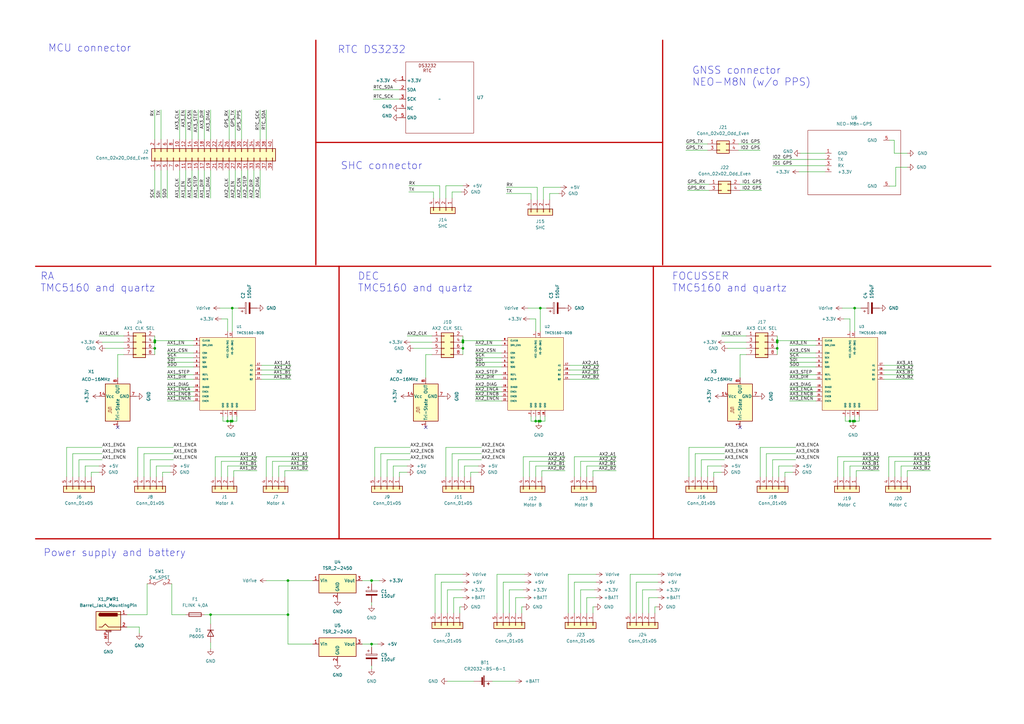
<source format=kicad_sch>
(kicad_sch (version 20230121) (generator eeschema)
  (paper "A3")
  (title_block (title "Astro Debug PCB") (date "2023-09-16") (rev "02") (company "N. Cleesattel"))
  (lib_symbols
    (symbol "+BATT_1" (power) (pin_names (offset 0))
      (property "Value" "+BATT_1" (at 0 3.556 0))
      (symbol "+BATT_1_1_1"
        (pin power_in line (at 0 0 90) (length 0) hide (name "+BATT") (number "1"))
      )
    )
    (symbol "Connector:Barrel_Jack_MountingPin" (pin_names hide)
      (property "Reference" "J" (at 0 5.334 0))
      (property "Value" "Barrel_Jack_MountingPin" (at 1.27 -6.35 0))
      (symbol "Barrel_Jack_MountingPin_1_1"
        (text "Mounting" (at 0 -4.191 0) (effects (font (size 0.381 0.381))))
        (pin passive line (at 7.62 2.54 180) (length 2.54) (name "~") (number "1"))
        (pin passive line (at 7.62 -2.54 180) (length 2.54) (name "~") (number "2"))
        (pin passive line (at 0 -7.62 90) (length 3.048) (name "MountPin") (number "MP"))
      )
    )
    (symbol "Connector_Generic:Conn_01x04" (pin_names (offset 1.016) hide)
      (property "Reference" "J" (at 0 5.08 0))
      (property "Value" "Conn_01x04" (at 0 -7.62 0))
      (symbol "Conn_01x04_1_1"
        (pin passive line (at -5.08 2.54 0) (length 3.81) (name "Pin_1") (number "1"))
        (pin passive line (at -5.08 0 0) (length 3.81) (name "Pin_2") (number "2"))
        (pin passive line (at -5.08 -2.54 0) (length 3.81) (name "Pin_3") (number "3"))
        (pin passive line (at -5.08 -5.08 0) (length 3.81) (name "Pin_4") (number "4"))
      )
    )
    (symbol "Connector_Generic:Conn_01x05" (pin_names (offset 1.016) hide)
      (property "Reference" "J" (at 0 7.62 0))
      (property "Value" "Conn_01x05" (at 0 -7.62 0))
      (symbol "Conn_01x05_1_1"
        (pin passive line (at -5.08 5.08 0) (length 3.81) (name "Pin_1") (number "1"))
        (pin passive line (at -5.08 2.54 0) (length 3.81) (name "Pin_2") (number "2"))
        (pin passive line (at -5.08 0 0) (length 3.81) (name "Pin_3") (number "3"))
        (pin passive line (at -5.08 -2.54 0) (length 3.81) (name "Pin_4") (number "4"))
        (pin passive line (at -5.08 -5.08 0) (length 3.81) (name "Pin_5") (number "5"))
      )
    )
    (symbol "Connector_Generic:Conn_02x02_Odd_Even" (pin_names (offset 1.016) hide)
      (property "Reference" "J" (at 1.27 2.54 0))
      (property "Value" "Conn_02x02_Odd_Even" (at 1.27 -5.08 0))
      (symbol "Conn_02x02_Odd_Even_1_1"
        (pin passive line (at -5.08 0 0) (length 3.81) (name "Pin_1") (number "1"))
        (pin passive line (at 7.62 0 180) (length 3.81) (name "Pin_2") (number "2"))
        (pin passive line (at -5.08 -2.54 0) (length 3.81) (name "Pin_3") (number "3"))
        (pin passive line (at 7.62 -2.54 180) (length 3.81) (name "Pin_4") (number "4"))
      )
    )
    (symbol "Connector_Generic:Conn_02x04_Odd_Even" (pin_names (offset 1.016) hide)
      (property "Reference" "J" (at 1.27 5.08 0))
      (property "Value" "Conn_02x04_Odd_Even" (at 1.27 -7.62 0))
      (symbol "Conn_02x04_Odd_Even_1_1"
        (pin passive line (at -5.08 2.54 0) (length 3.81) (name "Pin_1") (number "1"))
        (pin passive line (at 7.62 2.54 180) (length 3.81) (name "Pin_2") (number "2"))
        (pin passive line (at -5.08 0 0) (length 3.81) (name "Pin_3") (number "3"))
        (pin passive line (at 7.62 0 180) (length 3.81) (name "Pin_4") (number "4"))
        (pin passive line (at -5.08 -2.54 0) (length 3.81) (name "Pin_5") (number "5"))
        (pin passive line (at 7.62 -2.54 180) (length 3.81) (name "Pin_6") (number "6"))
        (pin passive line (at -5.08 -5.08 0) (length 3.81) (name "Pin_7") (number "7"))
        (pin passive line (at 7.62 -5.08 180) (length 3.81) (name "Pin_8") (number "8"))
      )
    )
    (symbol "Connector_Generic:Conn_02x20_Odd_Even" (pin_names (offset 1.016) hide)
      (property "Reference" "J" (at 1.27 25.4 0))
      (property "Value" "Conn_02x20_Odd_Even" (at 1.27 -27.94 0))
      (symbol "Conn_02x20_Odd_Even_1_1"
        (pin passive line (at -5.08 22.86 0) (length 3.81) (name "Pin_1") (number "1"))
        (pin passive line (at 7.62 12.7 180) (length 3.81) (name "Pin_10") (number "10"))
        (pin passive line (at -5.08 10.16 0) (length 3.81) (name "Pin_11") (number "11"))
        (pin passive line (at 7.62 10.16 180) (length 3.81) (name "Pin_12") (number "12"))
        (pin passive line (at -5.08 7.62 0) (length 3.81) (name "Pin_13") (number "13"))
        (pin passive line (at 7.62 7.62 180) (length 3.81) (name "Pin_14") (number "14"))
        (pin passive line (at -5.08 5.08 0) (length 3.81) (name "Pin_15") (number "15"))
        (pin passive line (at 7.62 5.08 180) (length 3.81) (name "Pin_16") (number "16"))
        (pin passive line (at -5.08 2.54 0) (length 3.81) (name "Pin_17") (number "17"))
        (pin passive line (at 7.62 2.54 180) (length 3.81) (name "Pin_18") (number "18"))
        (pin passive line (at -5.08 0 0) (length 3.81) (name "Pin_19") (number "19"))
        (pin passive line (at 7.62 22.86 180) (length 3.81) (name "Pin_2") (number "2"))
        (pin passive line (at 7.62 0 180) (length 3.81) (name "Pin_20") (number "20"))
        (pin passive line (at -5.08 -2.54 0) (length 3.81) (name "Pin_21") (number "21"))
        (pin passive line (at 7.62 -2.54 180) (length 3.81) (name "Pin_22") (number "22"))
        (pin passive line (at -5.08 -5.08 0) (length 3.81) (name "Pin_23") (number "23"))
        (pin passive line (at 7.62 -5.08 180) (length 3.81) (name "Pin_24") (number "24"))
        (pin passive line (at -5.08 -7.62 0) (length 3.81) (name "Pin_25") (number "25"))
        (pin passive line (at 7.62 -7.62 180) (length 3.81) (name "Pin_26") (number "26"))
        (pin passive line (at -5.08 -10.16 0) (length 3.81) (name "Pin_27") (number "27"))
        (pin passive line (at 7.62 -10.16 180) (length 3.81) (name "Pin_28") (number "28"))
        (pin passive line (at -5.08 -12.7 0) (length 3.81) (name "Pin_29") (number "29"))
        (pin passive line (at -5.08 20.32 0) (length 3.81) (name "Pin_3") (number "3"))
        (pin passive line (at 7.62 -12.7 180) (length 3.81) (name "Pin_30") (number "30"))
        (pin passive line (at -5.08 -15.24 0) (length 3.81) (name "Pin_31") (number "31"))
        (pin passive line (at 7.62 -15.24 180) (length 3.81) (name "Pin_32") (number "32"))
        (pin passive line (at -5.08 -17.78 0) (length 3.81) (name "Pin_33") (number "33"))
        (pin passive line (at 7.62 -17.78 180) (length 3.81) (name "Pin_34") (number "34"))
        (pin passive line (at -5.08 -20.32 0) (length 3.81) (name "Pin_35") (number "35"))
        (pin passive line (at 7.62 -20.32 180) (length 3.81) (name "Pin_36") (number "36"))
        (pin passive line (at -5.08 -22.86 0) (length 3.81) (name "Pin_37") (number "37"))
        (pin passive line (at 7.62 -22.86 180) (length 3.81) (name "Pin_38") (number "38"))
        (pin passive line (at -5.08 -25.4 0) (length 3.81) (name "Pin_39") (number "39"))
        (pin passive line (at 7.62 20.32 180) (length 3.81) (name "Pin_4") (number "4"))
        (pin passive line (at 7.62 -25.4 180) (length 3.81) (name "Pin_40") (number "40"))
        (pin passive line (at -5.08 17.78 0) (length 3.81) (name "Pin_5") (number "5"))
        (pin passive line (at 7.62 17.78 180) (length 3.81) (name "Pin_6") (number "6"))
        (pin passive line (at -5.08 15.24 0) (length 3.81) (name "Pin_7") (number "7"))
        (pin passive line (at 7.62 15.24 180) (length 3.81) (name "Pin_8") (number "8"))
        (pin passive line (at -5.08 12.7 0) (length 3.81) (name "Pin_9") (number "9"))
      )
    )
    (symbol "Device:Battery_Cell" (pin_numbers hide) (pin_names (offset 0) hide)
      (property "Reference" "BT" (at 2.54 2.54 0))
      (property "Value" "Battery_Cell" (at 2.54 0 0))
      (symbol "Battery_Cell_1_1"
        (pin passive line (at 0 5.08 270) (length 2.54) (name "+") (number "1"))
        (pin passive line (at 0 -2.54 90) (length 2.54) (name "-") (number "2"))
      )
    )
    (symbol "Device:C_Polarized" (pin_numbers hide) (pin_names (offset 0.254))
      (property "Reference" "C" (at 0.635 2.54 0))
      (property "Value" "C_Polarized" (at 0.635 -2.54 0))
      (symbol "C_Polarized_1_1"
        (pin passive line (at 0 3.81 270) (length 2.794) (name "~") (number "1"))
        (pin passive line (at 0 -3.81 90) (length 2.794) (name "~") (number "2"))
      )
    )
    (symbol "Device:D" (pin_numbers hide) (pin_names (offset 1.016) hide)
      (property "Reference" "D" (at 0 2.54 0))
      (property "Value" "D" (at 0 -2.54 0))
      (symbol "D_1_1"
        (pin passive line (at -3.81 0 0) (length 2.54) (name "K") (number "1"))
        (pin passive line (at 3.81 0 180) (length 2.54) (name "A") (number "2"))
      )
    )
    (symbol "Device:Fuse" (pin_numbers hide) (pin_names (offset 0))
      (property "Reference" "F" (at 2.032 0 90))
      (property "Value" "Fuse" (at -1.905 0 90))
      (symbol "Fuse_1_1"
        (pin passive line (at 0 3.81 270) (length 1.27) (name "~") (number "1"))
        (pin passive line (at 0 -3.81 90) (length 1.27) (name "~") (number "2"))
      )
    )
    (symbol "Oscillator:ACO-xxxMHz-A" (pin_names (offset 0.254))
      (property "Reference" "X" (at -5.08 6.35 0))
      (property "Value" "ACO-xxxMHz-A" (at 1.27 -6.35 0))
      (symbol "ACO-xxxMHz-A_1_1"
        (pin input line (at -12.7 0 0) (length 2.54) (name "Tri-State") (number "1"))
        (pin power_in line (at 0 7.62 270) (length 2.54) (name "Vcc") (number "14"))
        (pin power_in line (at 0 -7.62 90) (length 2.54) (name "GND") (number "7"))
        (pin output line (at 7.62 0 180) (length 2.54) (name "OUT") (number "8"))
      )
    )
    (symbol "Switch:SW_SPST" (pin_names (offset 0) hide)
      (property "Reference" "SW" (at 0 3.175 0))
      (property "Value" "SW_SPST" (at 0 -2.54 0))
      (symbol "SW_SPST_1_1"
        (pin passive line (at -5.08 0 0) (length 2.54) (name "A") (number "1"))
        (pin passive line (at 5.08 0 180) (length 2.54) (name "B") (number "2"))
      )
    )
    (symbol "TeenAstro2:DS3232"
      (property "Reference" "U" (at 0 0 0))
      (symbol "DS3232_1_1"
        (text "DS3232\nRTC" (at -5.08 12.7 0) (effects (font (size 1.27 1.27))))
        (pin passive line (at -16.51 7.62 0) (length 2.54) (name "+3,3V") (number "1"))
        (pin passive line (at -16.51 3.81 0) (length 2.54) (name "SDA") (number "2"))
        (pin passive line (at -16.51 0 0) (length 2.54) (name "SCK") (number "3"))
        (pin passive line (at -16.51 -3.81 0) (length 2.54) (name "NC") (number "4"))
        (pin passive line (at -16.51 -7.62 0) (length 2.54) (name "GND") (number "5"))
      )
    )
    (symbol "TeenAstro2:NEO-M8n-GPS" (pin_names (offset 2.54))
      (property "Reference" "U" (at 12.446 17.78 0))
      (property "Value" "NEO-M8n-GPS" (at 18.542 15.24 0))
      (symbol "NEO-M8n-GPS_1_1"
        (pin power_in line (at 6.35 3.81 0) (length 2.54) (name "GND") (number "1"))
        (pin output line (at 6.35 1.27 0) (length 2.54) (name "TX") (number "2"))
        (pin input line (at 6.35 -1.27 0) (length 2.54) (name "RX") (number "3"))
        (pin power_in line (at 6.35 -3.81 0) (length 2.54) (name "+3,3V") (number "4"))
        (pin passive line (at 32.766 -9.652 180) (length 2.54) (name "GND") (number "5"))
        (pin passive line (at 32.766 9.144 180) (length 2.54) (name "GND") (number "5"))
      )
    )
    (symbol "TeenAstro2:TMC5160-BOB" (pin_names (offset 1.016))
      (property "Reference" "U" (at 0 -1.27 0))
      (property "Value" "TMC5160-BOB" (at 0 1.27 0))
      (symbol "TMC5160-BOB_1_1"
        (pin power_in line (at 0 18.415 270) (length 2.54) (name "VCC-(3.3V/5V)") (number "1"))
        (pin bidirectional line (at -13.97 0.635 0) (length 2.54) (name "REFL") (number "10"))
        (pin bidirectional line (at -13.97 -1.27 0) (length 2.54) (name "REFR") (number "11"))
        (pin power_in line (at 1.905 18.415 270) (length 2.54) (name "VS-(9-36V)") (number "12"))
        (pin power_in line (at 1.905 -16.51 90) (length 2.54) (name "GND") (number "13"))
        (pin output line (at 13.97 -1.27 180) (length 2.54) (name "B2") (number "14"))
        (pin output line (at 13.97 0.635 180) (length 2.54) (name "B1") (number "15"))
        (pin output line (at 13.97 2.54 180) (length 2.54) (name "A2") (number "16"))
        (pin output line (at 13.97 4.445 180) (length 2.54) (name "A1") (number "17"))
        (pin power_in line (at 3.81 -16.51 90) (length 2.54) (name "GND") (number "18"))
        (pin bidirectional line (at -13.97 -4.445 0) (length 2.54) (name "DIAGO") (number "19"))
        (pin power_in line (at -1.905 -16.51 90) (length 2.54) (name "GND") (number "2"))
        (pin output line (at -13.97 -6.35 0) (length 2.54) (name "ENCA") (number "20"))
        (pin output line (at -13.97 -8.255 0) (length 2.54) (name "ENCB") (number "21"))
        (pin output line (at -13.97 -10.16 0) (length 2.54) (name "ENCN") (number "22"))
        (pin bidirectional line (at -13.97 9.525 0) (length 2.54) (name "CSN") (number "3"))
        (pin bidirectional line (at -13.97 7.62 0) (length 2.54) (name "SCK") (number "4"))
        (pin bidirectional line (at -13.97 5.715 0) (length 2.54) (name "SDI") (number "5"))
        (pin bidirectional line (at -13.97 3.81 0) (length 2.54) (name "SDO") (number "6"))
        (pin power_in line (at 0 -16.51 90) (length 2.54) (name "GND") (number "7"))
        (pin bidirectional line (at -13.97 14.605 0) (length 2.54) (name "CLK16") (number "8"))
        (pin bidirectional line (at -13.97 12.7 0) (length 2.54) (name "DRV_ENN") (number "9"))
      )
    )
    (symbol "TeenAstro2:TSR_2-2450"
      (property "Reference" "U" (at -7.62 6.35 0))
      (property "Value" "TSR_2-2450" (at -1.27 6.35 0))
      (symbol "TSR_2-2450_1_1"
        (pin power_in line (at -10.16 2.54 0) (length 2.54) (name "Vin") (number "1"))
        (pin power_in line (at 0 -5.08 90) (length 2.54) (name "GND") (number "2"))
        (pin power_out line (at 10.16 2.54 180) (length 2.54) (name "Vout") (number "3"))
      )
    )
    (symbol "power:+3.3V" (power) (pin_names (offset 0))
      (property "Value" "+3.3V" (at 0 3.556 0))
      (symbol "+3.3V_1_1"
        (pin power_in line (at 0 0 90) (length 0) hide (name "+3.3V") (number "1"))
      )
    )
    (symbol "power:+5V" (power) (pin_names (offset 0))
      (property "Value" "+5V" (at 0 3.556 0))
      (symbol "+5V_1_1"
        (pin power_in line (at 0 0 90) (length 0) hide (name "+5V") (number "1"))
      )
    )
    (symbol "power:+BATT" (power) (pin_names (offset 0))
      (property "Value" "+BATT" (at 0 3.556 0))
      (symbol "+BATT_1_1"
        (pin power_in line (at 0 0 90) (length 0) hide (name "+BATT") (number "1"))
      )
    )
    (symbol "power:GND" (power) (pin_names (offset 0))
      (property "Value" "GND" (at 0 -3.81 0))
      (symbol "GND_1_1"
        (pin power_in line (at 0 0 270) (length 0) hide (name "GND") (number "1"))
      )
    )
    (symbol "power:Vdrive" (power) (pin_names (offset 0))
      (property "Value" "Vdrive" (at 0 3.81 0))
      (symbol "Vdrive_1_1"
        (pin power_in line (at 0 0 90) (length 0) hide (name "Vdrive") (number "1"))
      )
    )
  )
  (junction (at 63.5 140.335))
  (junction (at 189.865 142.875))
  (junction (at 318.77 142.875))
  (junction (at 118.11 238.125))
  (junction (at 95.25 172.72))
  (junction (at 318.77 140.335))
  (junction (at 94.615 172.72))
  (junction (at 95.25 126.365))
  (junction (at 348.615 172.72))
  (junction (at 152.4 238.125))
  (junction (at 350.52 126.365))
  (junction (at 318.77 139.7))
  (junction (at 221.615 126.365))
  (junction (at 63.5 142.875))
  (junction (at 189.865 139.7))
  (junction (at 219.71 172.72))
  (junction (at 152.4 264.16))
  (junction (at 93.345 172.72))
  (junction (at 220.98 172.72))
  (junction (at 189.865 140.335))
  (junction (at 349.885 172.72))
  (junction (at 86.36 252.095))
  (junction (at 63.5 139.7))
  (junction (at 350.52 172.72))
  (junction (at 118.11 252.095))
  (junction (at 221.615 172.72))
  (no_connect (at 303.53 175.26))
  (no_connect (at 174.625 175.26))
  (no_connect (at 48.26 175.26))
  (wire (pts (xy 318.77 142.875) (xy 318.77 145.415)))
  (wire (pts (xy 68.58 146.685) (xy 79.375 146.685)))
  (wire (pts (xy 197.485 183.515) (xy 182.88 183.515)))
  (wire (pts (xy 205.74 139.7) (xy 189.865 139.7)))
  (wire (pts (xy 43.18 142.875) (xy 50.8 142.875)))
  (wire (pts (xy 187.96 188.595) (xy 187.96 195.58)))
  (wire (pts (xy 292.735 195.58) (xy 292.735 193.675)))
  (wire (pts (xy 323.85 150.495) (xy 334.645 150.495)))
  (wire (pts (xy 238.125 189.23) (xy 252.73 189.23)))
  (wire (pts (xy 327.66 70.485) (xy 338.455 70.485)))
  (wire (pts (xy 194.945 144.78) (xy 205.74 144.78)))
  (wire (pts (xy 243.205 248.92) (xy 243.205 251.46)))
  (wire (pts (xy 245.745 151.765) (xy 233.68 151.765)))
  (wire (pts (xy 225.425 79.375) (xy 225.425 81.915)))
  (wire (pts (xy 349.885 173.355) (xy 349.885 172.72)))
  (wire (pts (xy 238.125 189.23) (xy 238.125 195.58)))
  (wire (pts (xy 306.07 145.415) (xy 303.53 145.415)))
  (wire (pts (xy 180.34 76.2) (xy 167.64 76.2)))
  (wire (pts (xy 290.195 191.135) (xy 290.195 195.58)))
  (wire (pts (xy 152.4 238.125) (xy 148.59 238.125)))
  (wire (pts (xy 244.475 238.76) (xy 235.585 238.76)))
  (wire (pts (xy 314.325 186.055) (xy 314.325 195.58)))
  (wire (pts (xy 303.53 145.415) (xy 303.53 154.94)))
  (wire (pts (xy 350.52 126.365) (xy 345.44 126.365)))
  (wire (pts (xy 346.075 189.23) (xy 360.68 189.23)))
  (wire (pts (xy 316.865 65.405) (xy 338.455 65.405)))
  (wire (pts (xy 167.005 191.135) (xy 161.29 191.135)))
  (wire (pts (xy 68.58 69.85) (xy 68.58 81.28)))
  (wire (pts (xy 260.985 238.76) (xy 260.985 251.46)))
  (wire (pts (xy 258.445 251.46) (xy 258.445 235.585)))
  (wire (pts (xy 292.735 193.675) (xy 295.91 193.675)))
  (wire (pts (xy 156.21 186.055) (xy 156.21 195.58)))
  (wire (pts (xy 71.12 188.595) (xy 61.595 188.595)))
  (wire (pts (xy 194.945 160.655) (xy 205.74 160.655)))
  (wire (pts (xy 223.52 170.815) (xy 223.52 172.72)))
  (wire (pts (xy 52.07 252.095) (xy 60.325 252.095)))
  (wire (pts (xy 178.435 235.585) (xy 189.865 235.585)))
  (wire (pts (xy 68.58 150.495) (xy 79.375 150.495)))
  (wire (pts (xy 366.776 57.531) (xy 366.776 62.865)))
  (wire (pts (xy 168.275 186.055) (xy 156.21 186.055)))
  (wire (pts (xy 372.11 193.04) (xy 381.635 193.04)))
  (wire (pts (xy 243.84 248.92) (xy 243.205 248.92)))
  (wire (pts (xy 350.52 170.815) (xy 350.52 172.72)))
  (wire (pts (xy 219.71 172.72) (xy 220.98 172.72)))
  (wire (pts (xy 221.615 172.72) (xy 223.52 172.72)))
  (wire (pts (xy 326.39 188.595) (xy 316.865 188.595)))
  (wire (pts (xy 348.615 191.135) (xy 348.615 195.58)))
  (wire (pts (xy 350.52 126.365) (xy 353.06 126.365)))
  (wire (pts (xy 229.235 79.375) (xy 225.425 79.375)))
  (wire (pts (xy 349.885 172.72) (xy 350.52 172.72)))
  (wire (pts (xy 185.42 78.74) (xy 185.42 81.28)))
  (wire (pts (xy 93.345 191.135) (xy 93.345 195.58)))
  (wire (pts (xy 189.865 238.76) (xy 180.975 238.76)))
  (wire (pts (xy 34.925 191.135) (xy 34.925 195.58)))
  (wire (pts (xy 94.615 172.72) (xy 95.25 172.72)))
  (wire (pts (xy 334.645 139.7) (xy 318.77 139.7)))
  (wire (pts (xy 193.04 193.675) (xy 196.215 193.675)))
  (wire (pts (xy 219.71 170.815) (xy 219.71 172.72)))
  (wire (pts (xy 90.805 189.23) (xy 105.41 189.23)))
  (wire (pts (xy 37.465 195.58) (xy 37.465 193.675)))
  (wire (pts (xy 245.745 149.86) (xy 233.68 149.86)))
  (wire (pts (xy 367.411 68.58) (xy 372.11 68.58)))
  (wire (pts (xy 186.055 251.46) (xy 186.055 245.11)))
  (wire (pts (xy 214.63 187.325) (xy 214.63 195.58)))
  (wire (pts (xy 323.85 160.655) (xy 334.645 160.655)))
  (wire (pts (xy 194.945 153.67) (xy 205.74 153.67)))
  (wire (pts (xy 197.485 188.595) (xy 187.96 188.595)))
  (wire (pts (xy 158.75 188.595) (xy 158.75 195.58)))
  (wire (pts (xy 189.865 142.875) (xy 189.865 145.415)))
  (wire (pts (xy 68.58 162.56) (xy 79.375 162.56)))
  (wire (pts (xy 83.82 45.085) (xy 83.82 57.15)))
  (wire (pts (xy 177.165 145.415) (xy 174.625 145.415)))
  (wire (pts (xy 41.91 188.595) (xy 32.385 188.595)))
  (wire (pts (xy 189.865 140.335) (xy 189.865 142.875)))
  (wire (pts (xy 220.98 173.355) (xy 220.98 172.72)))
  (wire (pts (xy 326.39 183.515) (xy 311.785 183.515)))
  (wire (pts (xy 109.22 187.325) (xy 109.22 195.58)))
  (wire (pts (xy 203.835 251.46) (xy 203.835 235.585)))
  (wire (pts (xy 183.515 241.935) (xy 189.23 241.935)))
  (wire (pts (xy 263.525 251.46) (xy 263.525 241.935)))
  (wire (pts (xy 222.885 76.835) (xy 222.885 81.915)))
  (wire (pts (xy 281.305 59.055) (xy 290.195 59.055)))
  (wire (pts (xy 163.83 195.58) (xy 163.83 193.675)))
  (wire (pts (xy 318.77 140.335) (xy 318.77 142.875)))
  (wire (pts (xy 183.515 251.46) (xy 183.515 241.935)))
  (wire (pts (xy 374.65 153.67) (xy 362.585 153.67)))
  (wire (pts (xy 106.68 45.085) (xy 106.68 57.15)))
  (wire (pts (xy 193.04 195.58) (xy 193.04 193.675)))
  (wire (pts (xy 295.91 191.135) (xy 290.195 191.135)))
  (polyline (pts (xy 14.605 220.98) (xy 406.4 220.98)) (stroke (width 0.5) (color 194 0 0 1)))
  (wire (pts (xy 364.871 57.531) (xy 366.776 57.531)))
  (wire (pts (xy 194.945 158.75) (xy 205.74 158.75)))
  (wire (pts (xy 325.12 191.135) (xy 319.405 191.135)))
  (wire (pts (xy 219.71 191.135) (xy 219.71 195.58)))
  (wire (pts (xy 96.52 45.085) (xy 96.52 57.15)))
  (wire (pts (xy 229.87 76.835) (xy 222.885 76.835)))
  (wire (pts (xy 196.215 191.135) (xy 190.5 191.135)))
  (wire (pts (xy 217.17 189.23) (xy 217.17 195.58)))
  (wire (pts (xy 222.25 193.04) (xy 222.25 195.58)))
  (wire (pts (xy 153.035 40.64) (xy 163.83 40.64)))
  (wire (pts (xy 243.205 193.04) (xy 243.205 195.58)))
  (wire (pts (xy 86.36 252.095) (xy 118.11 252.095)))
  (wire (pts (xy 185.42 186.055) (xy 185.42 195.58)))
  (wire (pts (xy 71.12 186.055) (xy 59.055 186.055)))
  (wire (pts (xy 321.945 195.58) (xy 321.945 193.675)))
  (wire (pts (xy 95.25 135.89) (xy 95.25 126.365)))
  (wire (pts (xy 68.58 153.67) (xy 79.375 153.67)))
  (wire (pts (xy 367.03 189.23) (xy 367.03 195.58)))
  (wire (pts (xy 219.71 135.89) (xy 219.71 130.81)))
  (wire (pts (xy 297.18 140.335) (xy 306.07 140.335)))
  (wire (pts (xy 68.58 141.605) (xy 79.375 141.605)))
  (wire (pts (xy 57.15 257.175) (xy 57.15 259.715)))
  (wire (pts (xy 81.28 45.085) (xy 81.28 57.15)))
  (wire (pts (xy 186.055 245.11) (xy 189.865 245.11)))
  (wire (pts (xy 240.665 245.11) (xy 244.475 245.11)))
  (wire (pts (xy 97.155 170.815) (xy 97.155 172.72)))
  (wire (pts (xy 323.85 153.67) (xy 334.645 153.67)))
  (wire (pts (xy 86.36 69.85) (xy 86.36 81.28)))
  (wire (pts (xy 285.115 186.055) (xy 285.115 195.58)))
  (wire (pts (xy 311.785 183.515) (xy 311.785 195.58)))
  (wire (pts (xy 70.485 239.395) (xy 70.485 252.095)))
  (wire (pts (xy 27.305 183.515) (xy 27.305 195.58)))
  (wire (pts (xy 66.675 195.58) (xy 66.675 193.675)))
  (wire (pts (xy 119.38 151.765) (xy 107.315 151.765)))
  (wire (pts (xy 63.5 137.795) (xy 63.5 139.7)))
  (wire (pts (xy 90.805 189.23) (xy 90.805 195.58)))
  (wire (pts (xy 269.875 238.76) (xy 260.985 238.76)))
  (wire (pts (xy 128.27 238.125) (xy 118.11 238.125)))
  (wire (pts (xy 220.345 76.835) (xy 207.645 76.835)))
  (wire (pts (xy 182.88 76.2) (xy 182.88 81.28)))
  (wire (pts (xy 326.39 186.055) (xy 314.325 186.055)))
  (wire (pts (xy 104.14 69.85) (xy 104.14 81.28)))
  (wire (pts (xy 240.665 191.135) (xy 252.73 191.135)))
  (wire (pts (xy 76.2 45.085) (xy 76.2 57.15)))
  (wire (pts (xy 116.84 193.04) (xy 126.365 193.04)))
  (wire (pts (xy 374.65 155.575) (xy 362.585 155.575)))
  (wire (pts (xy 119.38 153.67) (xy 107.315 153.67)))
  (wire (pts (xy 266.065 251.46) (xy 266.065 245.11)))
  (wire (pts (xy 161.29 191.135) (xy 161.29 195.58)))
  (wire (pts (xy 323.85 144.78) (xy 334.645 144.78)))
  (wire (pts (xy 68.58 164.465) (xy 79.375 164.465)))
  (wire (pts (xy 111.76 189.23) (xy 126.365 189.23)))
  (wire (pts (xy 189.865 139.7) (xy 189.865 140.335)))
  (wire (pts (xy 348.615 191.135) (xy 360.68 191.135)))
  (wire (pts (xy 63.5 142.875) (xy 63.5 145.415)))
  (wire (pts (xy 233.045 235.585) (xy 244.475 235.585)))
  (wire (pts (xy 180.34 81.28) (xy 180.34 76.2)))
  (wire (pts (xy 81.28 69.85) (xy 81.28 81.28)))
  (wire (pts (xy 303.53 78.105) (xy 312.42 78.105)))
  (wire (pts (xy 346.075 189.23) (xy 346.075 195.58)))
  (wire (pts (xy 168.275 188.595) (xy 158.75 188.595)))
  (wire (pts (xy 88.265 187.325) (xy 88.265 195.58)))
  (wire (pts (xy 245.745 153.67) (xy 233.68 153.67)))
  (wire (pts (xy 78.74 45.085) (xy 78.74 57.15)))
  (wire (pts (xy 217.805 79.375) (xy 217.805 81.915)))
  (wire (pts (xy 323.85 141.605) (xy 334.645 141.605)))
  (wire (pts (xy 367.03 189.23) (xy 381.635 189.23)))
  (wire (pts (xy 63.5 57.15) (xy 63.5 45.085)))
  (wire (pts (xy 323.85 146.685) (xy 334.645 146.685)))
  (wire (pts (xy 343.535 187.325) (xy 360.68 187.325)))
  (wire (pts (xy 350.52 172.72) (xy 352.425 172.72)))
  (wire (pts (xy 295.91 137.795) (xy 306.07 137.795)))
  (wire (pts (xy 119.38 155.575) (xy 107.315 155.575)))
  (wire (pts (xy 263.525 241.935) (xy 269.24 241.935)))
  (wire (pts (xy 233.045 251.46) (xy 233.045 235.585)))
  (wire (pts (xy 69.85 191.135) (xy 64.135 191.135)))
  (wire (pts (xy 219.71 191.135) (xy 231.775 191.135)))
  (wire (pts (xy 352.425 170.815) (xy 352.425 172.72)))
  (wire (pts (xy 374.65 149.86) (xy 362.585 149.86)))
  (wire (pts (xy 316.865 188.595) (xy 316.865 195.58)))
  (wire (pts (xy 243.205 193.04) (xy 252.73 193.04)))
  (wire (pts (xy 235.585 238.76) (xy 235.585 251.46)))
  (wire (pts (xy 372.11 193.04) (xy 372.11 195.58)))
  (wire (pts (xy 367.411 76.327) (xy 367.411 68.58)))
  (wire (pts (xy 214.63 248.92) (xy 213.995 248.92)))
  (wire (pts (xy 189.865 137.795) (xy 189.865 139.7)))
  (wire (pts (xy 221.615 170.815) (xy 221.615 172.72)))
  (wire (pts (xy 86.36 45.085) (xy 86.36 57.15)))
  (wire (pts (xy 348.615 170.815) (xy 348.615 172.72)))
  (wire (pts (xy 211.455 245.11) (xy 215.265 245.11)))
  (wire (pts (xy 41.91 140.335) (xy 50.8 140.335)))
  (wire (pts (xy 222.25 193.04) (xy 231.775 193.04)))
  (wire (pts (xy 154.94 264.16) (xy 152.4 264.16)))
  (wire (pts (xy 68.58 160.655) (xy 79.375 160.655)))
  (wire (pts (xy 302.895 61.595) (xy 311.785 61.595)))
  (wire (pts (xy 297.18 188.595) (xy 287.655 188.595)))
  (wire (pts (xy 323.85 162.56) (xy 334.645 162.56)))
  (wire (pts (xy 95.25 126.365) (xy 97.79 126.365)))
  (wire (pts (xy 258.445 235.585) (xy 269.875 235.585)))
  (wire (pts (xy 189.23 78.74) (xy 185.42 78.74)))
  (wire (pts (xy 298.45 142.875) (xy 306.07 142.875)))
  (wire (pts (xy 351.155 193.04) (xy 351.155 195.58)))
  (wire (pts (xy 99.06 69.85) (xy 99.06 81.28)))
  (wire (pts (xy 174.625 145.415) (xy 174.625 154.94)))
  (polyline (pts (xy 139.065 109.22) (xy 139.065 220.98)) (stroke (width 0.5) (color 194 0 0 1)))
  (wire (pts (xy 32.385 188.595) (xy 32.385 195.58)))
  (wire (pts (xy 169.545 142.875) (xy 177.165 142.875)))
  (wire (pts (xy 95.25 126.365) (xy 90.17 126.365)))
  (wire (pts (xy 240.665 191.135) (xy 240.665 195.58)))
  (wire (pts (xy 343.535 187.325) (xy 343.535 195.58)))
  (wire (pts (xy 221.615 135.89) (xy 221.615 126.365)))
  (wire (pts (xy 29.845 186.055) (xy 29.845 195.58)))
  (wire (pts (xy 235.585 187.325) (xy 235.585 195.58)))
  (wire (pts (xy 194.945 164.465) (xy 205.74 164.465)))
  (wire (pts (xy 40.64 137.795) (xy 50.8 137.795)))
  (wire (pts (xy 86.36 252.095) (xy 83.82 252.095)))
  (wire (pts (xy 78.74 69.85) (xy 78.74 81.28)))
  (wire (pts (xy 221.615 126.365) (xy 224.155 126.365)))
  (wire (pts (xy 318.77 139.7) (xy 318.77 140.335)))
  (wire (pts (xy 48.26 145.415) (xy 48.26 154.94)))
  (wire (pts (xy 194.945 141.605) (xy 205.74 141.605)))
  (wire (pts (xy 93.345 172.72) (xy 94.615 172.72)))
  (wire (pts (xy 211.455 251.46) (xy 211.455 245.11)))
  (wire (pts (xy 217.17 189.23) (xy 231.775 189.23)))
  (wire (pts (xy 297.18 186.055) (xy 285.115 186.055)))
  (wire (pts (xy 106.68 69.85) (xy 106.68 81.28)))
  (wire (pts (xy 70.485 252.095) (xy 76.2 252.095)))
  (wire (pts (xy 219.71 130.81) (xy 217.17 130.81)))
  (wire (pts (xy 328.295 62.865) (xy 338.455 62.865)))
  (wire (pts (xy 119.38 149.86) (xy 107.315 149.86)))
  (wire (pts (xy 303.53 75.565) (xy 312.42 75.565)))
  (wire (pts (xy 56.515 183.515) (xy 56.515 195.58)))
  (wire (pts (xy 183.515 279.4) (xy 194.31 279.4)))
  (wire (pts (xy 221.615 126.365) (xy 216.535 126.365)))
  (wire (pts (xy 93.98 45.085) (xy 93.98 57.15)))
  (wire (pts (xy 323.85 158.75) (xy 334.645 158.75)))
  (wire (pts (xy 319.405 191.135) (xy 319.405 195.58)))
  (wire (pts (xy 318.77 137.795) (xy 318.77 139.7)))
  (wire (pts (xy 348.615 172.72) (xy 349.885 172.72)))
  (wire (pts (xy 214.63 187.325) (xy 231.775 187.325)))
  (wire (pts (xy 40.64 191.135) (xy 34.925 191.135)))
  (wire (pts (xy 238.125 251.46) (xy 238.125 241.935)))
  (wire (pts (xy 114.3 191.135) (xy 126.365 191.135)))
  (wire (pts (xy 68.58 144.78) (xy 79.375 144.78)))
  (wire (pts (xy 79.375 155.575) (xy 68.58 155.575)))
  (polyline (pts (xy 14.605 109.22) (xy 406.4 109.22)) (stroke (width 0.5) (color 194 0 0 1)))
  (wire (pts (xy 348.615 135.89) (xy 348.615 130.81)))
  (wire (pts (xy 207.645 79.375) (xy 217.805 79.375)))
  (wire (pts (xy 281.94 78.105) (xy 290.83 78.105)))
  (wire (pts (xy 116.84 193.04) (xy 116.84 195.58)))
  (wire (pts (xy 59.055 186.055) (xy 59.055 195.58)))
  (wire (pts (xy 321.945 193.675) (xy 325.12 193.675)))
  (wire (pts (xy 111.76 189.23) (xy 111.76 195.58)))
  (wire (pts (xy 364.871 76.327) (xy 367.411 76.327)))
  (wire (pts (xy 302.895 59.055) (xy 311.785 59.055)))
  (wire (pts (xy 208.915 251.46) (xy 208.915 241.935)))
  (wire (pts (xy 197.485 186.055) (xy 185.42 186.055)))
  (wire (pts (xy 215.265 238.76) (xy 206.375 238.76)))
  (wire (pts (xy 109.22 187.325) (xy 126.365 187.325)))
  (wire (pts (xy 73.66 69.85) (xy 73.66 81.28)))
  (wire (pts (xy 182.88 183.515) (xy 182.88 195.58)))
  (wire (pts (xy 61.595 188.595) (xy 61.595 195.58)))
  (wire (pts (xy 152.4 247.015) (xy 152.4 248.285)))
  (wire (pts (xy 88.265 187.325) (xy 105.41 187.325)))
  (wire (pts (xy 208.915 241.935) (xy 214.63 241.935)))
  (wire (pts (xy 153.035 36.83) (xy 163.83 36.83)))
  (wire (pts (xy 287.655 188.595) (xy 287.655 195.58)))
  (wire (pts (xy 109.22 238.125) (xy 118.11 238.125)))
  (wire (pts (xy 194.945 146.685) (xy 205.74 146.685)))
  (wire (pts (xy 217.805 172.72) (xy 217.805 170.815)))
  (wire (pts (xy 94.615 173.355) (xy 94.615 172.72)))
  (wire (pts (xy 366.776 62.865) (xy 372.11 62.865)))
  (wire (pts (xy 91.44 172.72) (xy 93.345 172.72)))
  (wire (pts (xy 114.3 191.135) (xy 114.3 195.58)))
  (wire (pts (xy 323.85 164.465) (xy 334.645 164.465)))
  (wire (pts (xy 63.5 139.7) (xy 63.5 140.335)))
  (polyline (pts (xy 129.54 58.42) (xy 271.78 58.42)) (stroke (width 0.5) (color 194 0 0 1)))
  (wire (pts (xy 66.04 69.85) (xy 66.04 81.28)))
  (wire (pts (xy 93.345 191.135) (xy 105.41 191.135)))
  (wire (pts (xy 213.995 248.92) (xy 213.995 251.46)))
  (wire (pts (xy 346.71 172.72) (xy 348.615 172.72)))
  (wire (pts (xy 194.945 162.56) (xy 205.74 162.56)))
  (wire (pts (xy 269.24 248.92) (xy 268.605 248.92)))
  (wire (pts (xy 86.36 263.525) (xy 86.36 266.065)))
  (wire (pts (xy 118.11 252.095) (xy 118.11 264.16)))
  (wire (pts (xy 52.07 257.175) (xy 57.15 257.175)))
  (wire (pts (xy 348.615 130.81) (xy 346.075 130.81)))
  (polyline (pts (xy 267.97 109.22) (xy 267.97 220.98)) (stroke (width 0.5) (color 194 0 0 1)))
  (wire (pts (xy 350.52 135.89) (xy 350.52 126.365)))
  (wire (pts (xy 374.65 151.765) (xy 362.585 151.765)))
  (wire (pts (xy 68.58 148.59) (xy 79.375 148.59)))
  (wire (pts (xy 217.805 172.72) (xy 219.71 172.72)))
  (wire (pts (xy 205.74 155.575) (xy 194.945 155.575)))
  (wire (pts (xy 152.4 264.16) (xy 152.4 265.43)))
  (wire (pts (xy 206.375 238.76) (xy 206.375 251.46)))
  (wire (pts (xy 86.36 255.905) (xy 86.36 252.095)))
  (wire (pts (xy 188.595 248.92) (xy 188.595 251.46)))
  (wire (pts (xy 95.25 170.815) (xy 95.25 172.72)))
  (wire (pts (xy 153.67 183.515) (xy 153.67 195.58)))
  (wire (pts (xy 316.865 67.945) (xy 338.455 67.945)))
  (wire (pts (xy 334.645 155.575) (xy 323.85 155.575)))
  (wire (pts (xy 201.93 279.4) (xy 211.455 279.4)))
  (wire (pts (xy 118.11 264.16) (xy 128.27 264.16)))
  (wire (pts (xy 281.94 75.565) (xy 290.83 75.565)))
  (wire (pts (xy 163.83 193.675) (xy 167.005 193.675)))
  (polyline (pts (xy 129.54 16.51) (xy 129.54 108.585)) (stroke (width 0.5) (color 194 0 0 1)))
  (wire (pts (xy 152.4 238.125) (xy 152.4 239.395)))
  (wire (pts (xy 95.25 172.72) (xy 97.155 172.72)))
  (wire (pts (xy 152.4 273.05) (xy 152.4 274.32)))
  (wire (pts (xy 93.98 69.85) (xy 93.98 81.28)))
  (polyline (pts (xy 271.78 16.51) (xy 271.78 108.585)) (stroke (width 0.5) (color 194 0 0 1)))
  (wire (pts (xy 60.325 239.395) (xy 60.325 252.095)))
  (wire (pts (xy 95.885 193.04) (xy 95.885 195.58)))
  (wire (pts (xy 93.345 135.89) (xy 93.345 130.81)))
  (wire (pts (xy 281.305 61.595) (xy 290.195 61.595)))
  (wire (pts (xy 268.605 248.92) (xy 268.605 251.46)))
  (wire (pts (xy 194.945 150.495) (xy 205.74 150.495)))
  (wire (pts (xy 83.82 69.85) (xy 83.82 81.28)))
  (wire (pts (xy 282.575 183.515) (xy 282.575 195.58)))
  (wire (pts (xy 91.44 172.72) (xy 91.44 170.815)))
  (wire (pts (xy 73.66 45.085) (xy 73.66 57.15)))
  (wire (pts (xy 99.06 45.085) (xy 99.06 57.15)))
  (wire (pts (xy 178.435 251.46) (xy 178.435 235.585)))
  (wire (pts (xy 68.58 158.75) (xy 79.375 158.75)))
  (wire (pts (xy 323.85 148.59) (xy 334.645 148.59)))
  (wire (pts (xy 63.5 140.335) (xy 63.5 142.875)))
  (wire (pts (xy 189.23 248.92) (xy 188.595 248.92)))
  (wire (pts (xy 189.865 76.2) (xy 182.88 76.2)))
  (wire (pts (xy 64.135 191.135) (xy 64.135 195.58)))
  (wire (pts (xy 95.885 193.04) (xy 105.41 193.04)))
  (wire (pts (xy 155.575 238.125) (xy 152.4 238.125)))
  (wire (pts (xy 364.49 187.325) (xy 364.49 195.58)))
  (wire (pts (xy 79.375 139.7) (xy 63.5 139.7)))
  (wire (pts (xy 369.57 191.135) (xy 381.635 191.135)))
  (wire (pts (xy 76.2 69.85) (xy 76.2 81.28)))
  (wire (pts (xy 63.5 81.28) (xy 63.5 69.85)))
  (wire (pts (xy 152.4 264.16) (xy 148.59 264.16)))
  (wire (pts (xy 101.6 69.85) (xy 101.6 81.28)))
  (wire (pts (xy 297.18 183.515) (xy 282.575 183.515)))
  (wire (pts (xy 93.345 130.81) (xy 90.805 130.81)))
  (wire (pts (xy 37.465 193.675) (xy 40.64 193.675)))
  (wire (pts (xy 238.125 241.935) (xy 243.84 241.935)))
  (wire (pts (xy 118.11 238.125) (xy 118.11 252.095)))
  (wire (pts (xy 203.835 235.585) (xy 215.265 235.585)))
  (wire (pts (xy 177.8 78.74) (xy 177.8 81.28)))
  (wire (pts (xy 220.98 172.72) (xy 221.615 172.72)))
  (wire (pts (xy 50.8 145.415) (xy 48.26 145.415)))
  (wire (pts (xy 66.675 193.675) (xy 69.85 193.675)))
  (wire (pts (xy 71.12 183.515) (xy 56.515 183.515)))
  (wire (pts (xy 190.5 191.135) (xy 190.5 195.58)))
  (wire (pts (xy 235.585 187.325) (xy 252.73 187.325)))
  (wire (pts (xy 168.275 183.515) (xy 153.67 183.515)))
  (wire (pts (xy 66.04 57.15) (xy 66.04 45.085)))
  (wire (pts (xy 167.005 137.795) (xy 177.165 137.795)))
  (wire (pts (xy 346.71 172.72) (xy 346.71 170.815)))
  (wire (pts (xy 266.065 245.11) (xy 269.875 245.11)))
  (wire (pts (xy 369.57 191.135) (xy 369.57 195.58)))
  (wire (pts (xy 180.975 238.76) (xy 180.975 251.46)))
  (wire (pts (xy 240.665 251.46) (xy 240.665 245.11)))
  (wire (pts (xy 109.22 57.15) (xy 109.22 45.085)))
  (wire (pts (xy 168.275 140.335) (xy 177.165 140.335)))
  (wire (pts (xy 245.745 155.575) (xy 233.68 155.575)))
  (wire (pts (xy 167.64 78.74) (xy 177.8 78.74)))
  (wire (pts (xy 93.345 170.815) (xy 93.345 172.72)))
  (wire (pts (xy 194.945 148.59) (xy 205.74 148.59)))
  (wire (pts (xy 220.345 81.915) (xy 220.345 76.835)))
  (wire (pts (xy 41.91 186.055) (xy 29.845 186.055)))
  (wire (pts (xy 96.52 69.85) (xy 96.52 81.28)))
  (wire (pts (xy 41.91 183.515) (xy 27.305 183.515)))
  (wire (pts (xy 364.49 187.325) (xy 381.635 187.325)))
  (wire (pts (xy 351.155 193.04) (xy 360.68 193.04)))
  (text "DEC\nTMC5160 and quartz" (at 146.685 120.015 0) (effects (font (size 3 3)) (justify left bottom)))
  (text "FOCUSSER\nTMC5160 and quartz" (at 275.59 120.015 0) (effects (font (size 3 3)) (justify left bottom)))
  (text "Power supply and battery" (at 17.78 228.6 0) (effects (font (size 3 3)) (justify left bottom)))
  (text "RTC DS3232" (at 138.43 22.225 0) (effects (font (size 3 3)) (justify left bottom)))
  (text "MCU connector" (at 19.685 21.59 0) (effects (font (size 3 3)) (justify left bottom)))
  (text "RA\nTMC5160 and quartz" (at 16.51 120.015 0) (effects (font (size 3 3)) (justify left bottom)))
  (text "GNSS connector\nNEO-M8N (w/o PPS)" (at 283.845 35.56 0) (effects (font (size 3 3)) (justify left bottom)))
  (text "SHC connector" (at 139.7 69.85 0) (effects (font (size 3 3)) (justify left bottom)))
  (label "SDI" (at 194.945 148.59 0))
  (label "AX3_ENCN" (at 297.18 188.595 0))
  (label "AX3_A1" (at 360.68 187.325 180))
  (label "SDO" (at 68.58 81.28 90))
  (label "AX2_EN" (at 96.52 81.28 90))
  (label "AX2_A1" (at 245.745 149.86 180))
  (label "AX1_STEP" (at 81.28 81.28 90))
  (label "TX" (at 167.64 78.74 0))
  (label "SDI" (at 66.04 81.28 90))
  (label "AX3_A2" (at 374.65 151.765 180))
  (label "GPS_TX" (at 96.52 45.085 270))
  (label "AX2_ENCN" (at 194.945 164.465 0))
  (label "AX3_B2" (at 360.68 193.04 180))
  (label "AX3_EN" (at 323.85 141.605 0))
  (label "AX2_A2" (at 252.73 189.23 180))
  (label "AX3_DIR" (at 323.85 155.575 0))
  (label "RTC_SDA" (at 153.035 36.83 0))
  (label "IO2 GPS" (at 312.42 78.105 180))
  (label "AX3_ENCN" (at 323.85 164.465 0))
  (label "AX3_STEP" (at 81.28 45.085 270))
  (label "AX1_ENCN" (at 71.12 188.595 0))
  (label "AX1_STEP" (at 68.58 153.67 0))
  (label "AX2_CSN" (at 99.06 81.28 90))
  (label "AX1_A1" (at 105.41 187.325 180))
  (label "SCK" (at 323.85 146.685 0))
  (label "SDI" (at 68.58 148.59 0))
  (label "AX2_DIR" (at 194.945 155.575 0))
  (label "AX3_ENCA" (at 297.18 183.515 0))
  (label "AX1_A2" (at 105.41 189.23 180))
  (label "AX2_CLK" (at 93.98 81.28 90))
  (label "AX2_B2" (at 231.775 193.04 180))
  (label "AX1_ENCB" (at 71.12 186.055 0))
  (label "AX2_CLK" (at 167.005 137.795 0))
  (label "AX3_DIAG" (at 323.85 158.75 0))
  (label "AX2_ENCA" (at 194.945 160.655 0))
  (label "AX2_DIAG" (at 106.68 81.28 90))
  (label "AX1_B2" (at 126.365 193.04 180))
  (label "IO2 GPS" (at 311.785 61.595 180))
  (label "AX1_B1" (at 105.41 191.135 180))
  (label "AX1_B1" (at 126.365 191.135 180))
  (label "SCK" (at 68.58 146.685 0))
  (label "AX1_ENCA" (at 41.91 183.515 0))
  (label "AX2_A1" (at 231.775 187.325 180))
  (label "AX2_CSN" (at 194.945 144.78 0))
  (label "GPS_RX" (at 93.98 45.085 270))
  (label "AX1_ENCN" (at 68.58 164.465 0))
  (label "AX2_EN" (at 194.945 141.605 0))
  (label "AX2_DIR" (at 104.14 81.28 90))
  (label "AX2_DIAG" (at 194.945 158.75 0))
  (label "AX2_A2" (at 245.745 151.765 180))
  (label "RX" (at 63.5 45.085 270))
  (label "AX3_CLK" (at 295.91 137.795 0))
  (label "AX1_EN" (at 68.58 141.605 0))
  (label "AX2_STEP" (at 194.945 153.67 0))
  (label "IO1 GPS" (at 316.865 67.945 0))
  (label "RX" (at 207.645 76.835 0))
  (label "AX3_A1" (at 374.65 149.86 180))
  (label "AX1_DIR" (at 83.82 81.28 90))
  (label "AX3_A1" (at 381.635 187.325 180))
  (label "RX" (at 167.64 76.2 0))
  (label "AX3_ENCB" (at 326.39 186.055 0))
  (label "AX2_ENCA" (at 197.485 183.515 0))
  (label "AX3_B1" (at 360.68 191.135 180))
  (label "AX2_B2" (at 252.73 193.04 180))
  (label "AX3_DIAG" (at 86.36 45.085 270))
  (label "AX1_EN" (at 76.2 81.28 90))
  (label "AX1_B2" (at 119.38 155.575 180))
  (label "AX3_ENCN" (at 326.39 188.595 0))
  (label "GPS_RX" (at 281.94 78.105 0))
  (label "AX2_ENCA" (at 168.275 183.515 0))
  (label "IO1 GPS" (at 312.42 75.565 180))
  (label "GPS_RX" (at 281.94 75.565 0))
  (label "IO1 GPS" (at 311.785 59.055 180))
  (label "AX1_ENCN" (at 41.91 188.595 0))
  (label "AX3_DIR" (at 83.82 45.085 270))
  (label "AX1_A2" (at 119.38 151.765 180))
  (label "AX3_B2" (at 374.65 155.575 180))
  (label "AX1_CSN" (at 78.74 81.28 90))
  (label "AX3_ENCA" (at 323.85 160.655 0))
  (label "AX3_A2" (at 360.68 189.23 180))
  (label "SDO" (at 323.85 150.495 0))
  (label "AX3_ENCB" (at 323.85 162.56 0))
  (label "AX3_CLK" (at 73.66 45.085 270))
  (label "AX2_A1" (at 252.73 187.325 180))
  (label "AX2_ENCB" (at 194.945 162.56 0))
  (label "AX1_ENCA" (at 68.58 160.655 0))
  (label "AX3_CSN" (at 78.74 45.085 270))
  (label "IO2 GPS" (at 316.865 65.405 0))
  (label "GPS_TX" (at 281.305 59.055 0))
  (label "AX1_DIAG" (at 86.36 81.28 90))
  (label "AX3_B1" (at 381.635 191.135 180))
  (label "AX1_DIAG" (at 68.58 158.75 0))
  (label "AX1_DIR" (at 68.58 155.575 0))
  (label "AX2_B1" (at 252.73 191.135 180))
  (label "AX2_B2" (at 245.745 155.575 180))
  (label "AX2_B1" (at 245.745 153.67 180))
  (label "AX2_ENCB" (at 197.485 186.055 0))
  (label "AX1_A1" (at 119.38 149.86 180))
  (label "SDO" (at 68.58 150.495 0))
  (label "AX3_EN" (at 76.2 45.085 270))
  (label "AX2_ENCB" (at 168.275 186.055 0))
  (label "SCK" (at 194.945 146.685 0))
  (label "AX3_CSN" (at 323.85 144.78 0))
  (label "AX2_ENCN" (at 168.275 188.595 0))
  (label "SCK" (at 63.5 81.28 90))
  (label "TX" (at 66.04 45.085 270))
  (label "AX1_A2" (at 126.365 189.23 180))
  (label "GPS_PPS" (at 99.06 45.085 270))
  (label "TX" (at 207.645 79.375 0))
  (label "AX1_ENCA" (at 71.12 183.515 0))
  (label "RTC_SDA" (at 109.22 45.085 270))
  (label "RTC_SCK" (at 106.68 45.085 270))
  (label "AX1_CLK" (at 73.66 81.28 90))
  (label "AX2_STEP" (at 101.6 81.28 90))
  (label "AX1_ENCB" (at 41.91 186.055 0))
  (label "SDO" (at 194.945 150.495 0))
  (label "AX1_CLK" (at 40.64 137.795 0))
  (label "AX1_B1" (at 119.38 153.67 180))
  (label "GPS_TX" (at 281.305 61.595 0))
  (label "AX2_A2" (at 231.775 189.23 180))
  (label "AX1_ENCB" (at 68.58 162.56 0))
  (label "RTC_SCK" (at 153.035 40.64 0))
  (label "AX1_A1" (at 126.365 187.325 180))
  (label "SDI" (at 323.85 148.59 0))
  (label "AX3_ENCA" (at 326.39 183.515 0))
  (label "AX2_ENCN" (at 197.485 188.595 0))
  (label "AX1_B2" (at 105.41 193.04 180))
  (label "AX3_ENCB" (at 297.18 186.055 0))
  (label "AX3_A2" (at 381.635 189.23 180))
  (label "AX1_CSN" (at 68.58 144.78 0))
  (label "AX3_B2" (at 381.635 193.04 180))
  (label "AX2_B1" (at 231.775 191.135 180))
  (label "AX3_B1" (at 374.65 153.67 180))
  (label "AX3_STEP" (at 323.85 153.67 0))
  (symbol (lib_name "+BATT_1") (lib_id "power:+BATT") (at 189.865 245.11 270) (unit 1)
    (property "Reference" "#PWR064" (effects hide))
    (property "Value" "+BATT" (at 193.04 245.11 90) (effects (justify left)))
  )
  (symbol (lib_id "power:GND") (at 298.45 142.875 270) (unit 1)
    (property "Reference" "#PWR050" (effects hide))
    (property "Value" "GND" (at 294.64 142.875 90) (effects (justify right)))
  )
  (symbol (lib_id "power:+3.3V") (at 297.18 140.335 90) (unit 1)
    (property "Reference" "#PWR049" (effects hide))
    (property "Value" "+3.3V" (at 294.005 140.335 90) (effects (justify left)))
  )
  (symbol (lib_id "power:Vdrive") (at 189.865 235.585 270) (unit 1)
    (property "Reference" "#PWR019" (effects hide))
    (property "Value" "Vdrive" (at 193.675 235.585 90) (effects (justify left)))
  )
  (symbol (lib_id "Device:C_Polarized") (at 152.4 269.24 0) (unit 1)
    (property "Reference" "C5" (at 156.21 268.605 0) (effects (justify left)))
    (property "Value" "150uF" (at 156.21 270.51 0) (effects (justify left)))
    (property "Footprint" "Capacitor_THT:CP_Radial_D8.0mm_P3.50mm" (effects hide))
  )
  (symbol (lib_id "Connector_Generic:Conn_01x04") (at 182.88 86.36 270) (unit 1)
    (property "Reference" "J14" (at 181.61 90.17 90))
    (property "Value" "SHC" (at 181.61 92.71 90))
    (property "Footprint" "Connector_PinHeader_2.54mm:PinHeader_1x04_P2.54mm_Horizontal" (effects hide))
  )
  (symbol (lib_id "Connector_Generic:Conn_01x04") (at 369.57 200.66 270) (unit 1)
    (property "Reference" "J20" (at 368.3 204.47 90))
    (property "Value" "Motor C" (at 368.3 207.01 90))
    (property "Footprint" "Connector_PinHeader_2.54mm:PinHeader_1x04_P2.54mm_Vertical" (effects hide))
  )
  (symbol (lib_id "power:GND") (at 69.85 193.675 90) (unit 1)
    (property "Reference" "#PWR029" (effects hide))
    (property "Value" "GND" (at 73.66 193.675 90) (effects (justify right)))
  )
  (symbol (lib_id "power:GND") (at 220.98 173.355 0) (unit 1)
    (property "Reference" "#PWR040" (effects hide))
    (property "Value" "GND" (at 220.98 178.435 0))
  )
  (symbol (lib_id "power:GND") (at 311.15 162.56 90) (unit 1)
    (property "Reference" "#PWR051" (effects hide))
    (property "Value" "GND" (at 316.23 162.56 0))
  )
  (symbol (lib_id "power:+3.3V") (at 168.275 140.335 90) (unit 1)
    (property "Reference" "#PWR033" (effects hide))
    (property "Value" "+3.3V" (at 165.1 140.335 90) (effects (justify left)))
  )
  (symbol (lib_id "power:+5V") (at 196.215 191.135 270) (unit 1)
    (property "Reference" "#PWR036" (effects hide))
    (property "Value" "+5V" (at 200.025 191.135 90) (effects (justify left)))
  )
  (symbol (lib_id "power:Vdrive") (at 345.44 126.365 90) (unit 1)
    (property "Reference" "#PWR054" (effects hide))
    (property "Value" "Vdrive" (at 341.63 126.365 90) (effects (justify left)))
  )
  (symbol (lib_name "+BATT_1") (lib_id "power:+BATT") (at 244.475 245.11 270) (unit 1)
    (property "Reference" "#PWR070" (effects hide))
    (property "Value" "+BATT" (at 247.65 245.11 90) (effects (justify left)))
  )
  (symbol (lib_id "power:GND") (at 138.43 271.78 0) (unit 1)
    (property "Reference" "#PWR02" (effects hide))
    (property "Value" "GND" (at 138.43 276.86 0))
  )
  (symbol (lib_id "power:GND") (at 55.88 162.56 90) (unit 1)
    (property "Reference" "#PWR08" (effects hide))
    (property "Value" "GND" (at 60.96 162.56 0))
  )
  (symbol (lib_id "Connector_Generic:Conn_01x04") (at 348.615 200.66 270) (unit 1)
    (property "Reference" "J19" (at 347.345 204.47 90))
    (property "Value" "Motor C" (at 347.345 207.01 90))
    (property "Footprint" "Connector_PinHeader_2.54mm:PinHeader_1x04_P2.54mm_Horizontal" (effects hide))
  )
  (symbol (lib_id "Connector_Generic:Conn_01x04") (at 219.71 200.66 270) (unit 1)
    (property "Reference" "J12" (at 218.44 204.47 90))
    (property "Value" "Motor B" (at 218.44 207.01 90))
    (property "Footprint" "Connector_PinHeader_2.54mm:PinHeader_1x04_P2.54mm_Horizontal" (effects hide))
  )
  (symbol (lib_id "power:+3.3V") (at 346.075 130.81 90) (unit 1)
    (property "Reference" "#PWR055" (effects hide))
    (property "Value" "+3.3V" (at 342.9 130.81 90) (effects (justify left)))
  )
  (symbol (lib_id "power:+5V") (at 69.85 191.135 270) (unit 1)
    (property "Reference" "#PWR028" (effects hide))
    (property "Value" "+5V" (at 73.66 191.135 90) (effects (justify left)))
  )
  (symbol (lib_id "power:+3.3V") (at 167.005 162.56 90) (unit 1)
    (property "Reference" "#PWR030" (effects hide))
    (property "Value" "+3.3V" (at 161.925 162.56 0))
  )
  (symbol (lib_id "power:+3.3V") (at 214.63 241.935 270) (unit 1)
    (property "Reference" "#PWR022" (effects hide))
    (property "Value" "+3.3V" (at 218.44 241.935 90) (effects (justify left)))
  )
  (symbol (lib_id "power:GND") (at 372.11 68.58 90) (unit 1)
    (property "Reference" "#PWR061" (effects hide))
    (property "Value" "GND" (at 375.92 68.5799 90) (effects (justify right)))
  )
  (symbol (lib_id "Device:C_Polarized") (at 101.6 126.365 90) (unit 1)
    (property "Reference" "C2" (at 99.695 122.555 0) (effects (justify left)))
    (property "Value" "150uF" (at 102.235 122.555 0) (effects (justify left)))
    (property "Footprint" "Capacitor_THT:CP_Radial_D8.0mm_P3.50mm" (effects hide))
  )
  (symbol (lib_id "power:GND") (at 269.24 248.92 90) (unit 1)
    (property "Reference" "#PWR072" (effects hide))
    (property "Value" "GND" (at 273.05 248.92 90) (effects (justify right)))
  )
  (symbol (lib_id "Connector_Generic:Conn_02x20_Odd_Even") (at 86.36 64.77 90) (unit 1)
    (property "Reference" "J2" (at 60.96 62.23 90) (effects (justify left)))
    (property "Value" "Conn_02x20_Odd_Even" (at 60.96 64.77 90) (effects (justify left)))
    (property "Footprint" "Connector_PinHeader_2.54mm:PinHeader_2x20_P2.54mm_Vertical" (effects hide))
  )
  (symbol (lib_id "power:+3.3V") (at 155.575 238.125 270) (unit 1)
    (property "Reference" "#PWR07" (effects hide))
    (property "Value" "+3.3V" (at 159.385 238.125 90) (effects (justify left)))
  )
  (symbol (lib_id "power:+3.3V") (at 269.24 241.935 270) (unit 1)
    (property "Reference" "#PWR071" (effects hide))
    (property "Value" "+3.3V" (at 273.05 241.935 90) (effects (justify left)))
  )
  (symbol (lib_id "Device:C_Polarized") (at 356.87 126.365 90) (unit 1)
    (property "Reference" "C4" (at 354.965 122.555 0) (effects (justify left)))
    (property "Value" "150uF" (at 357.505 122.555 0) (effects (justify left)))
    (property "Footprint" "Capacitor_THT:CP_Radial_D8.0mm_P3.50mm" (effects hide))
  )
  (symbol (lib_id "power:GND") (at 40.64 193.675 90) (unit 1)
    (property "Reference" "#PWR027" (effects hide))
    (property "Value" "GND" (at 44.45 193.675 90) (effects (justify right)))
  )
  (symbol (lib_id "power:Vdrive") (at 216.535 126.365 90) (unit 1)
    (property "Reference" "#PWR038" (effects hide))
    (property "Value" "Vdrive" (at 212.725 126.365 90) (effects (justify left)))
  )
  (symbol (lib_id "power:+3.3V") (at 327.66 70.485 90) (unit 1)
    (property "Reference" "#PWR058" (effects hide))
    (property "Value" "+3.3V" (at 323.85 70.485 90) (effects (justify left)))
  )
  (symbol (lib_id "power:GND") (at 86.36 266.065 0) (unit 1)
    (property "Reference" "#PWR012" (effects hide))
    (property "Value" "GND" (at 86.36 271.145 0))
  )
  (symbol (lib_id "Device:D") (at 86.36 259.715 270) (unit 1)
    (property "Reference" "D1" (at 80.01 258.445 90) (effects (justify left)))
    (property "Value" "P600S" (at 77.47 260.985 90) (effects (justify left)))
    (property "Footprint" "Diode_THT:D_P600_R-6_P20.00mm_Horizontal" (effects hide))
  )
  (symbol (lib_id "Connector_Generic:Conn_01x05") (at 238.125 256.54 270) (unit 1)
    (property "Reference" "J23" (at 238.125 260.35 90))
    (property "Value" "Conn_01x05" (at 238.125 262.89 90))
    (property "Footprint" "Connector_PinHeader_2.54mm:PinHeader_1x05_P2.54mm_Vertical" (effects hide))
  )
  (symbol (lib_id "power:GND") (at 152.4 274.32 0) (unit 1)
    (property "Reference" "#PWR076" (effects hide))
    (property "Value" "GND" (at 152.4 279.4 0))
  )
  (symbol (lib_id "Device:Battery_Cell") (at 196.85 279.4 270) (unit 1)
    (property "Reference" "BT1" (at 198.882 271.78 90))
    (property "Value" "CR2032-BS-6-1" (at 198.882 274.32 90))
    (property "Footprint" "TeenAstro:Battery_KZH_20P" (effects hide))
  )
  (symbol (lib_id "power:Vdrive") (at 269.875 235.585 270) (unit 1)
    (property "Reference" "#PWR073" (effects hide))
    (property "Value" "Vdrive" (at 273.685 235.585 90) (effects (justify left)))
  )
  (symbol (lib_id "power:+5V") (at 269.875 238.76 270) (unit 1)
    (property "Reference" "#PWR074" (effects hide))
    (property "Value" "+5V" (at 273.685 238.76 90) (effects (justify left)))
  )
  (symbol (lib_id "Connector_Generic:Conn_02x04_Odd_Even") (at 182.245 140.335 0) (unit 1)
    (property "Reference" "J10" (at 183.515 132.08 0))
    (property "Value" "AX2 CLK SEL" (at 183.515 134.62 0))
    (property "Footprint" "Connector_PinHeader_2.54mm:PinHeader_2x04_P2.54mm_Vertical" (effects hide))
  )
  (symbol (lib_id "Connector_Generic:Conn_01x05") (at 316.865 200.66 270) (unit 1)
    (property "Reference" "J18" (at 316.865 203.835 90))
    (property "Value" "Conn_01x05" (at 316.865 206.375 90))
    (property "Footprint" "Connector_PinHeader_2.54mm:PinHeader_1x05_P2.54mm_Vertical" (effects hide))
  )
  (symbol (lib_id "power:+5V") (at 189.865 238.76 270) (unit 1)
    (property "Reference" "#PWR018" (effects hide))
    (property "Value" "+5V" (at 193.675 238.76 90) (effects (justify left)))
  )
  (symbol (lib_id "Connector_Generic:Conn_01x04") (at 93.345 200.66 270) (unit 1)
    (property "Reference" "J1" (at 92.075 203.835 90))
    (property "Value" "Motor A" (at 92.075 206.375 90))
    (property "Footprint" "Connector_PinHeader_2.54mm:PinHeader_1x04_P2.54mm_Horizontal" (effects hide))
  )
  (symbol (lib_id "Connector_Generic:Conn_01x05") (at 158.75 200.66 270) (unit 1)
    (property "Reference" "J9" (at 158.75 203.835 90))
    (property "Value" "Conn_01x05" (at 158.75 206.375 90))
    (property "Footprint" "Connector_PinHeader_2.54mm:PinHeader_1x05_P2.54mm_Horizontal" (effects hide))
  )
  (symbol (lib_id "Connector_Generic:Conn_02x02_Odd_Even") (at 295.275 59.055 0) (unit 1)
    (property "Reference" "J21" (at 296.545 52.197 0))
    (property "Value" "Conn_02x02_Odd_Even" (at 296.545 54.737 0))
    (property "Footprint" "Connector_PinHeader_2.54mm:PinHeader_2x02_P2.54mm_Vertical" (effects hide))
  )
  (symbol (lib_id "power:GND") (at 360.68 126.365 90) (unit 1)
    (property "Reference" "#PWR057" (effects hide))
    (property "Value" "GND" (at 364.49 126.365 90) (effects (justify right)))
  )
  (symbol (lib_id "power:GND") (at 44.45 262.255 0) (unit 1)
    (property "Reference" "#PWR010" (effects hide))
    (property "Value" "GND" (at 44.45 267.335 0))
  )
  (symbol (lib_id "Connector_Generic:Conn_01x05") (at 287.655 200.66 270) (unit 1)
    (property "Reference" "J16" (at 287.655 203.835 90))
    (property "Value" "Conn_01x05" (at 287.655 206.375 90))
    (property "Footprint" "Connector_PinHeader_2.54mm:PinHeader_1x05_P2.54mm_Horizontal" (effects hide))
  )
  (symbol (lib_id "power:+BATT") (at 211.455 279.4 270) (unit 1)
    (property "Reference" "#PWR063" (effects hide))
    (property "Value" "+BATT" (at 215.265 279.3999 90) (effects (justify left)))
  )
  (symbol (lib_id "power:+5V") (at 295.91 191.135 270) (unit 1)
    (property "Reference" "#PWR047" (effects hide))
    (property "Value" "+5V" (at 299.72 191.135 90) (effects (justify left)))
  )
  (symbol (lib_id "Device:C_Polarized") (at 152.4 243.205 0) (unit 1)
    (property "Reference" "C1" (at 156.21 242.57 0) (effects (justify left)))
    (property "Value" "150uF" (at 156.21 244.475 0) (effects (justify left)))
    (property "Footprint" "Capacitor_THT:CP_Radial_D8.0mm_P3.50mm" (effects hide))
  )
  (symbol (lib_id "TeenAstro2:TMC5160-BOB") (at 93.345 154.305 0) (unit 1)
    (property "Reference" "U1" (at 97.0075 133.985 0) (effects (font (size 1.016 1.016)) (justify left)))
    (property "Value" "TMC5160-BOB" (at 97.0075 136.525 0) (effects (font (size 1.016 1.016)) (justify left)))
    (property "Footprint" "TeenAstro:22pin1,5x1,1-BOB" (effects hide))
    (property "Datasheet" "https://www.trinamic.com/fileadmin/assets/Products/Eval_Documents/TMC5160-BOB_datasheet_Rev1.0.pdf" (effects hide))
    (property "Digi-Key_PN" "1460-1250-ND" (effects hide))
    (property "MPN" "TMC5160-BOB" (effects hide))
    (property "Category" "Development Boards, Kits, Programmers" (effects hide))
    (property "Family" "Evaluation and Demonstration Boards and Kits" (effects hide))
    (property "DK_Datasheet_Link" "https://www.trinamic.com/fileadmin/assets/Products/Eval_Documents/TMC5160-BOB_datasheet_Rev1.0.pdf" (effects hide))
    (property "DK_Detail_Page" "/product-detail/en/trinamic-motion-control-gmbh/TMC5160-BOB/1460-1250-ND/8440397" (effects hide))
    (property "Description" "BREAKOUTBOARD WITH TMC5160" (effects hide))
    (property "Manufacturer" "Trinamic Motion Control GmbH" (effects hide))
    (property "Status" "Active" (effects hide))
  )
  (symbol (lib_id "power:GND") (at 163.83 48.26 270) (unit 1)
    (property "Reference" "#PWR078" (effects hide))
    (property "Value" "GND" (at 160.782 47.498 90) (effects (justify right)))
  )
  (symbol (lib_id "Connector_Generic:Conn_01x04") (at 222.885 86.995 270) (unit 1)
    (property "Reference" "J15" (at 221.615 90.805 90))
    (property "Value" "SHC" (at 221.615 93.345 90))
    (property "Footprint" "Connector_PinHeader_2.54mm:PinHeader_1x04_P2.54mm_Vertical" (effects hide))
  )
  (symbol (lib_id "power:GND") (at 152.4 248.285 0) (unit 1)
    (property "Reference" "#PWR013" (effects hide))
    (property "Value" "GND" (at 152.4 253.365 0))
  )
  (symbol (lib_id "Oscillator:ACO-xxxMHz-A") (at 174.625 162.56 90) (unit 1)
    (property "Reference" "X2" (at 163.83 152.4 90))
    (property "Value" "ACO-16MHz" (at 165.735 155.575 90))
    (property "Footprint" "Oscillator:Oscillator_DIP-14" (effects hide))
    (property "Datasheet" "http://www.conwin.com/datasheets/cx/cx030.pdf" (effects hide))
  )
  (symbol (lib_id "power:GND") (at 214.63 248.92 90) (unit 1)
    (property "Reference" "#PWR023" (effects hide))
    (property "Value" "GND" (at 218.44 248.92 90) (effects (justify right)))
  )
  (symbol (lib_name "+BATT_1") (lib_id "power:+BATT") (at 269.875 245.11 270) (unit 1)
    (property "Reference" "#PWR075" (effects hide))
    (property "Value" "+BATT" (at 273.05 245.11 90) (effects (justify left)))
  )
  (symbol (lib_id "power:GND") (at 372.11 62.865 90) (unit 1)
    (property "Reference" "#PWR060" (effects hide))
    (property "Value" "GND" (at 376.301 62.8649 90) (effects (justify right)))
  )
  (symbol (lib_name "+BATT_1") (lib_id "power:+BATT") (at 215.265 245.11 270) (unit 1)
    (property "Reference" "#PWR065" (effects hide))
    (property "Value" "+BATT" (at 218.44 245.11 90) (effects (justify left)))
  )
  (symbol (lib_id "TeenAstro2:TMC5160-BOB") (at 348.615 154.305 0) (unit 1)
    (property "Reference" "U3" (at 352.2775 133.985 0) (effects (font (size 1.016 1.016)) (justify left)))
    (property "Value" "TMC5160-BOB" (at 352.2775 136.525 0) (effects (font (size 1.016 1.016)) (justify left)))
    (property "Footprint" "TeenAstro:22pin1,5x1,1-BOB" (effects hide))
    (property "Datasheet" "https://www.trinamic.com/fileadmin/assets/Products/Eval_Documents/TMC5160-BOB_datasheet_Rev1.0.pdf" (effects hide))
    (property "Digi-Key_PN" "1460-1250-ND" (effects hide))
    (property "MPN" "TMC5160-BOB" (effects hide))
    (property "Category" "Development Boards, Kits, Programmers" (effects hide))
    (property "Family" "Evaluation and Demonstration Boards and Kits" (effects hide))
    (property "DK_Datasheet_Link" "https://www.trinamic.com/fileadmin/assets/Products/Eval_Documents/TMC5160-BOB_datasheet_Rev1.0.pdf" (effects hide))
    (property "DK_Detail_Page" "/product-detail/en/trinamic-motion-control-gmbh/TMC5160-BOB/1460-1250-ND/8440397" (effects hide))
    (property "Description" "BREAKOUTBOARD WITH TMC5160" (effects hide))
    (property "Manufacturer" "Trinamic Motion Control GmbH" (effects hide))
    (property "Status" "Active" (effects hide))
  )
  (symbol (lib_id "power:+3.3V") (at 295.91 162.56 90) (unit 1)
    (property "Reference" "#PWR046" (effects hide))
    (property "Value" "+3.3V" (at 290.83 162.56 0))
  )
  (symbol (lib_id "power:+3.3V") (at 41.91 140.335 90) (unit 1)
    (property "Reference" "#PWR021" (effects hide))
    (property "Value" "+3.3V" (at 38.735 140.335 90) (effects (justify left)))
  )
  (symbol (lib_id "power:GND") (at 295.91 193.675 90) (unit 1)
    (property "Reference" "#PWR048" (effects hide))
    (property "Value" "GND" (at 299.72 193.675 90) (effects (justify right)))
  )
  (symbol (lib_id "power:+5V") (at 154.94 264.16 270) (unit 1)
    (property "Reference" "#PWR09" (effects hide))
    (property "Value" "+5V" (at 158.75 264.16 90) (effects (justify left)))
  )
  (symbol (lib_id "power:Vdrive") (at 215.265 235.585 270) (unit 1)
    (property "Reference" "#PWR024" (effects hide))
    (property "Value" "Vdrive" (at 219.075 235.585 90) (effects (justify left)))
  )
  (symbol (lib_id "Oscillator:ACO-xxxMHz-A") (at 48.26 162.56 90) (unit 1)
    (property "Reference" "X1" (at 37.465 152.4 90))
    (property "Value" "ACO-16MHz" (at 39.37 155.575 90))
    (property "Footprint" "Oscillator:Oscillator_DIP-14" (effects hide))
    (property "Datasheet" "http://www.conwin.com/datasheets/cx/cx030.pdf" (effects hide))
  )
  (symbol (lib_id "Connector_Generic:Conn_01x05") (at 263.525 256.54 270) (unit 1)
    (property "Reference" "J24" (at 263.525 260.35 90))
    (property "Value" "Conn_01x05" (at 263.525 262.89 90))
    (property "Footprint" "Connector_PinHeader_2.54mm:PinHeader_1x05_P2.54mm_Horizontal" (effects hide))
  )
  (symbol (lib_id "power:+3.3V") (at 217.17 130.81 90) (unit 1)
    (property "Reference" "#PWR039" (effects hide))
    (property "Value" "+3.3V" (at 213.995 130.81 90) (effects (justify left)))
  )
  (symbol (lib_id "power:GND") (at 138.43 245.745 0) (unit 1)
    (property "Reference" "#PWR01" (effects hide))
    (property "Value" "GND" (at 138.43 250.825 0))
  )
  (symbol (lib_id "power:+5V") (at 325.12 191.135 270) (unit 1)
    (property "Reference" "#PWR052" (effects hide))
    (property "Value" "+5V" (at 328.93 191.135 90) (effects (justify left)))
  )
  (symbol (lib_id "power:+5V") (at 167.005 191.135 270) (unit 1)
    (property "Reference" "#PWR031" (effects hide))
    (property "Value" "+5V" (at 170.815 191.135 90) (effects (justify left)))
  )
  (symbol (lib_id "power:GND") (at 169.545 142.875 270) (unit 1)
    (property "Reference" "#PWR034" (effects hide))
    (property "Value" "GND" (at 165.735 142.875 90) (effects (justify right)))
  )
  (symbol (lib_id "Connector_Generic:Conn_01x05") (at 61.595 200.66 270) (unit 1)
    (property "Reference" "J8" (at 61.595 203.835 90))
    (property "Value" "Conn_01x05" (at 61.595 206.375 90))
    (property "Footprint" "Connector_PinHeader_2.54mm:PinHeader_1x05_P2.54mm_Vertical" (effects hide))
  )
  (symbol (lib_id "Oscillator:ACO-xxxMHz-A") (at 303.53 162.56 90) (unit 1)
    (property "Reference" "X3" (at 292.735 152.4 90))
    (property "Value" "ACO-16MHz" (at 294.64 155.575 90))
    (property "Footprint" "Oscillator:Oscillator_DIP-14" (effects hide))
    (property "Datasheet" "http://www.conwin.com/datasheets/cx/cx030.pdf" (effects hide))
  )
  (symbol (lib_id "Connector_Generic:Conn_02x02_Odd_Even") (at 295.91 75.565 0) (unit 1)
    (property "Reference" "J22" (at 297.18 68.707 0))
    (property "Value" "Conn_02x02_Odd_Even" (at 297.18 71.247 0))
    (property "Footprint" "Connector_PinHeader_2.54mm:PinHeader_2x02_P2.54mm_Vertical" (effects hide))
  )
  (symbol (lib_id "power:GND") (at 349.885 173.355 0) (unit 1)
    (property "Reference" "#PWR056" (effects hide))
    (property "Value" "GND" (at 349.885 178.435 0))
  )
  (symbol (lib_id "power:Vdrive") (at 109.22 238.125 90) (unit 1)
    (property "Reference" "#PWR014" (effects hide))
    (property "Value" "Vdrive" (at 105.41 238.125 90) (effects (justify left)))
  )
  (symbol (lib_id "power:+3.3V") (at 243.84 241.935 270) (unit 1)
    (property "Reference" "#PWR066" (effects hide))
    (property "Value" "+3.3V" (at 247.65 241.935 90) (effects (justify left)))
  )
  (symbol (lib_id "power:GND") (at 189.23 248.92 90) (unit 1)
    (property "Reference" "#PWR015" (effects hide))
    (property "Value" "GND" (at 193.04 248.92 90) (effects (justify right)))
  )
  (symbol (lib_id "Connector_Generic:Conn_01x04") (at 114.3 200.66 270) (unit 1)
    (property "Reference" "J7" (at 113.03 203.835 90))
    (property "Value" "Motor A" (at 113.03 206.375 90))
    (property "Footprint" "Connector_PinHeader_2.54mm:PinHeader_1x04_P2.54mm_Vertical" (effects hide))
  )
  (symbol (lib_id "power:+3.3V") (at 163.83 33.02 90) (unit 1)
    (property "Reference" "#PWR077" (effects hide))
    (property "Value" "+3.3V" (at 160.02 33.02 90) (effects (justify left)))
  )
  (symbol (lib_id "Connector_Generic:Conn_01x05") (at 208.915 256.54 270) (unit 1)
    (property "Reference" "J5" (at 208.915 260.35 90))
    (property "Value" "Conn_01x05" (at 208.915 262.89 90))
    (property "Footprint" "Connector_PinHeader_2.54mm:PinHeader_1x05_P2.54mm_Horizontal" (effects hide))
  )
  (symbol (lib_id "power:GND") (at 182.245 162.56 90) (unit 1)
    (property "Reference" "#PWR035" (effects hide))
    (property "Value" "GND" (at 187.325 162.56 0))
  )
  (symbol (lib_id "Connector_Generic:Conn_01x05") (at 183.515 256.54 270) (unit 1)
    (property "Reference" "J3" (at 183.515 260.35 90))
    (property "Value" "Conn_01x05" (at 183.515 262.89 90))
    (property "Footprint" "Connector_PinHeader_2.54mm:PinHeader_1x05_P2.54mm_Vertical" (effects hide))
  )
  (symbol (lib_id "power:GND") (at 328.295 62.865 270) (unit 1)
    (property "Reference" "#PWR059" (effects hide))
    (property "Value" "GND" (at 325.247 62.103 90) (effects (justify right)))
  )
  (symbol (lib_id "Connector_Generic:Conn_02x04_Odd_Even") (at 55.88 140.335 0) (unit 1)
    (property "Reference" "J4" (at 57.15 132.08 0))
    (property "Value" "AX1 CLK SEL" (at 57.15 134.62 0))
    (property "Footprint" "Connector_PinHeader_2.54mm:PinHeader_2x04_P2.54mm_Vertical" (effects hide))
  )
  (symbol (lib_id "TeenAstro2:TSR_2-2450") (at 138.43 240.665 0) (unit 1)
    (property "Reference" "U4" (at 138.43 230.505 0))
    (property "Value" "TSR_2-2450" (at 138.43 233.045 0))
    (property "Footprint" "TeenAstro:Converter_DCDC_TRACO_TSR-2_THT" (effects hide))
    (property "Datasheet" "http://www.tracopower.com/products/tsr2.pdf" (effects hide))
  )
  (symbol (lib_id "Connector_Generic:Conn_01x04") (at 240.665 200.66 270) (unit 1)
    (property "Reference" "J13" (at 239.395 204.47 90))
    (property "Value" "Motor B" (at 239.395 207.01 90))
    (property "Footprint" "Connector_PinHeader_2.54mm:PinHeader_1x04_P2.54mm_Vertical" (effects hide))
  )
  (symbol (lib_id "TeenAstro2:NEO-M8n-GPS") (at 332.105 66.675 0) (unit 1)
    (property "Reference" "U6" (at 350.393 48.26 0))
    (property "Value" "NEO-M8n-GPS" (at 350.393 50.8 0))
    (property "Footprint" "TeenAstro:NEO-M8n-GPS" (effects hide))
  )
  (symbol (lib_id "power:+3.3V") (at 189.23 241.935 270) (unit 1)
    (property "Reference" "#PWR016" (effects hide))
    (property "Value" "+3.3V" (at 193.04 241.935 90) (effects (justify left)))
  )
  (symbol (lib_id "power:GND") (at 163.83 44.45 270) (unit 1)
    (property "Reference" "#PWR079" (effects hide))
    (property "Value" "GND" (at 160.782 43.688 90) (effects (justify right)))
  )
  (symbol (lib_id "Connector_Generic:Conn_02x04_Odd_Even") (at 311.15 140.335 0) (unit 1)
    (property "Reference" "J17" (at 312.42 132.08 0))
    (property "Value" "AX3 CLK SEL" (at 312.42 134.62 0))
    (property "Footprint" "Connector_PinHeader_2.54mm:PinHeader_2x04_P2.54mm_Vertical" (effects hide))
  )
  (symbol (lib_id "power:+5V") (at 189.865 76.2 270) (unit 1)
    (property "Reference" "#PWR043" (effects hide))
    (property "Value" "+5V" (at 193.675 76.2 90) (effects (justify left)))
  )
  (symbol (lib_id "power:+5V") (at 229.87 76.835 270) (unit 1)
    (property "Reference" "#PWR045" (effects hide))
    (property "Value" "+5V" (at 233.68 76.835 90) (effects (justify left)))
  )
  (symbol (lib_id "power:GND") (at 183.515 279.4 270) (unit 1)
    (property "Reference" "#PWR062" (effects hide))
    (property "Value" "GND" (at 179.705 279.3999 90) (effects (justify right)))
  )
  (symbol (lib_id "TeenAstro2:TMC5160-BOB") (at 219.71 154.305 0) (unit 1)
    (property "Reference" "U2" (at 223.3725 133.985 0) (effects (font (size 1.016 1.016)) (justify left)))
    (property "Value" "TMC5160-BOB" (at 223.3725 136.525 0) (effects (font (size 1.016 1.016)) (justify left)))
    (property "Footprint" "TeenAstro:22pin1,5x1,1-BOB" (effects hide))
    (property "Datasheet" "https://www.trinamic.com/fileadmin/assets/Products/Eval_Documents/TMC5160-BOB_datasheet_Rev1.0.pdf" (effects hide))
    (property "Digi-Key_PN" "1460-1250-ND" (effects hide))
    (property "MPN" "TMC5160-BOB" (effects hide))
    (property "Category" "Development Boards, Kits, Programmers" (effects hide))
    (property "Family" "Evaluation and Demonstration Boards and Kits" (effects hide))
    (property "DK_Datasheet_Link" "https://www.trinamic.com/fileadmin/assets/Products/Eval_Documents/TMC5160-BOB_datasheet_Rev1.0.pdf" (effects hide))
    (property "DK_Detail_Page" "/product-detail/en/trinamic-motion-control-gmbh/TMC5160-BOB/1460-1250-ND/8440397" (effects hide))
    (property "Description" "BREAKOUTBOARD WITH TMC5160" (effects hide))
    (property "Manufacturer" "Trinamic Motion Control GmbH" (effects hide))
    (property "Status" "Active" (effects hide))
  )
  (symbol (lib_id "Device:Fuse") (at 80.01 252.095 90) (unit 1)
    (property "Reference" "F1" (at 80.01 245.745 90))
    (property "Value" "FLINK 4,0A" (at 80.01 248.285 90))
    (property "Footprint" "Fuse:Fuseholder_Cylinder-5x20mm_Schurter_0031_8201_Horizontal_Open" (effects hide))
  )
  (symbol (lib_id "power:GND") (at 57.15 259.715 0) (unit 1)
    (property "Reference" "#PWR011" (effects hide))
    (property "Value" "GND" (at 57.15 264.795 0))
  )
  (symbol (lib_id "Connector:Barrel_Jack_MountingPin") (at 44.45 254.635 0) (unit 1)
    (property "Reference" "X1_PWR1" (at 44.45 245.745 0))
    (property "Value" "Barrel_Jack_MountingPin" (at 44.45 248.285 0))
    (property "Footprint" "Connector_BarrelJack:BarrelJack_Horizontal" (effects hide))
  )
  (symbol (lib_id "power:GND") (at 325.12 193.675 90) (unit 1)
    (property "Reference" "#PWR053" (effects hide))
    (property "Value" "GND" (at 328.93 193.675 90) (effects (justify right)))
  )
  (symbol (lib_id "Device:C_Polarized") (at 227.965 126.365 90) (unit 1)
    (property "Reference" "C3" (at 226.06 122.555 0) (effects (justify left)))
    (property "Value" "150uF" (at 228.6 122.555 0) (effects (justify left)))
    (property "Footprint" "Capacitor_THT:CP_Radial_D8.0mm_P3.50mm" (effects hide))
  )
  (symbol (lib_id "power:GND") (at 43.18 142.875 270) (unit 1)
    (property "Reference" "#PWR020" (effects hide))
    (property "Value" "GND" (at 39.37 142.875 90) (effects (justify right)))
  )
  (symbol (lib_id "power:GND") (at 231.775 126.365 90) (unit 1)
    (property "Reference" "#PWR041" (effects hide))
    (property "Value" "GND" (at 235.585 126.365 90) (effects (justify right)))
  )
  (symbol (lib_id "power:Vdrive") (at 244.475 235.585 270) (unit 1)
    (property "Reference" "#PWR068" (effects hide))
    (property "Value" "Vdrive" (at 248.285 235.585 90) (effects (justify left)))
  )
  (symbol (lib_id "Connector_Generic:Conn_01x05") (at 187.96 200.66 270) (unit 1)
    (property "Reference" "J11" (at 187.96 203.835 90))
    (property "Value" "Conn_01x05" (at 187.96 206.375 90))
    (property "Footprint" "Connector_PinHeader_2.54mm:PinHeader_1x05_P2.54mm_Vertical" (effects hide))
  )
  (symbol (lib_id "power:+5V") (at 215.265 238.76 270) (unit 1)
    (property "Reference" "#PWR025" (effects hide))
    (property "Value" "+5V" (at 219.075 238.76 90) (effects (justify left)))
  )
  (symbol (lib_id "power:+3.3V") (at 90.805 130.81 90) (unit 1)
    (property "Reference" "#PWR05" (effects hide))
    (property "Value" "+3.3V" (at 87.63 130.81 90) (effects (justify left)))
  )
  (symbol (lib_id "power:GND") (at 167.005 193.675 90) (unit 1)
    (property "Reference" "#PWR032" (effects hide))
    (property "Value" "GND" (at 170.815 193.675 90) (effects (justify right)))
  )
  (symbol (lib_id "power:+5V") (at 40.64 191.135 270) (unit 1)
    (property "Reference" "#PWR026" (effects hide))
    (property "Value" "+5V" (at 44.45 191.135 90) (effects (justify left)))
  )
  (symbol (lib_id "Switch:SW_SPST") (at 65.405 239.395 0) (unit 1)
    (property "Reference" "SW1" (at 65.405 234.315 0))
    (property "Value" "SW_SPST" (at 65.405 236.855 0))
    (property "Footprint" "Power:Marquart" (effects hide))
  )
  (symbol (lib_id "power:GND") (at 243.84 248.92 90) (unit 1)
    (property "Reference" "#PWR067" (effects hide))
    (property "Value" "GND" (at 247.65 248.92 90) (effects (justify right)))
  )
  (symbol (lib_id "TeenAstro2:TSR_2-2450") (at 138.43 266.7 0) (unit 1)
    (property "Reference" "U5" (at 138.43 256.54 0))
    (property "Value" "TSR_2-2450" (at 138.43 259.08 0))
    (property "Footprint" "TeenAstro:Converter_DCDC_TRACO_TSR-2_THT" (effects hide))
    (property "Datasheet" "http://www.tracopower.com/products/tsr2.pdf" (effects hide))
  )
  (symbol (lib_id "power:GND") (at 105.41 126.365 90) (unit 1)
    (property "Reference" "#PWR017" (effects hide))
    (property "Value" "GND" (at 109.22 126.365 90) (effects (justify right)))
  )
  (symbol (lib_id "power:+3.3V") (at 40.64 162.56 90) (unit 1)
    (property "Reference" "#PWR04" (effects hide))
    (property "Value" "+3.3V" (at 35.56 162.56 0))
  )
  (symbol (lib_id "power:GND") (at 189.23 78.74 90) (unit 1)
    (property "Reference" "#PWR042" (effects hide))
    (property "Value" "GND" (at 193.04 78.74 90) (effects (justify right)))
  )
  (symbol (lib_id "power:GND") (at 94.615 173.355 0) (unit 1)
    (property "Reference" "#PWR03" (effects hide))
    (property "Value" "GND" (at 94.615 178.435 0))
  )
  (symbol (lib_id "TeenAstro2:DS3232") (at 180.34 40.64 0) (unit 1)
    (property "Reference" "U7" (at 195.58 40.005 0) (effects (justify left)))
    (property "Value" "~" (at 180.34 40.64 0))
    (property "Footprint" "TeenAstro:DS3232" (effects hide))
  )
  (symbol (lib_id "power:Vdrive") (at 90.17 126.365 90) (unit 1)
    (property "Reference" "#PWR06" (effects hide))
    (property "Value" "Vdrive" (at 86.36 126.365 90) (effects (justify left)))
  )
  (symbol (lib_id "power:GND") (at 196.215 193.675 90) (unit 1)
    (property "Reference" "#PWR037" (effects hide))
    (property "Value" "GND" (at 200.025 193.675 90) (effects (justify right)))
  )
  (symbol (lib_id "Connector_Generic:Conn_01x05") (at 32.385 200.66 270) (unit 1)
    (property "Reference" "J6" (at 32.385 203.835 90))
    (property "Value" "Conn_01x05" (at 32.385 206.375 90))
    (property "Footprint" "Connector_PinHeader_2.54mm:PinHeader_1x05_P2.54mm_Horizontal" (effects hide))
  )
  (symbol (lib_id "power:+5V") (at 244.475 238.76 270) (unit 1)
    (property "Reference" "#PWR069" (effects hide))
    (property "Value" "+5V" (at 248.285 238.76 90) (effects (justify left)))
  )
  (symbol (lib_id "power:GND") (at 229.235 79.375 90) (unit 1)
    (property "Reference" "#PWR044" (effects hide))
    (property "Value" "GND" (at 233.045 79.375 90) (effects (justify right)))
  )
)
</source>
